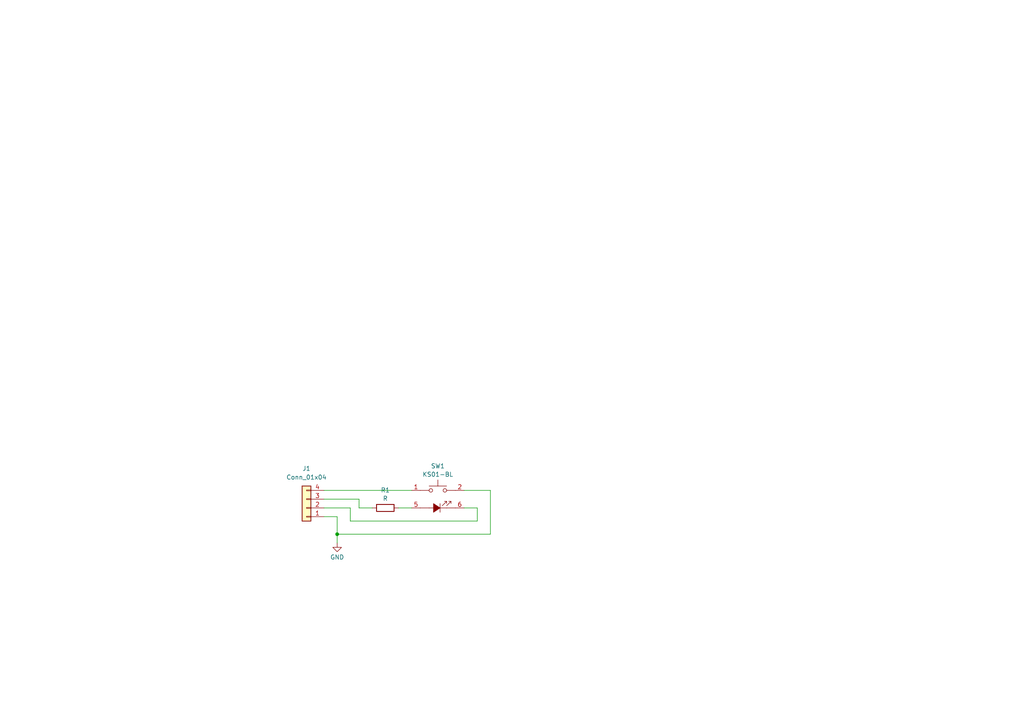
<source format=kicad_sch>
(kicad_sch (version 20230121) (generator eeschema)

  (uuid aadbc79b-64c9-4211-bd62-433a829a44c8)

  (paper "A4")

  (lib_symbols
    (symbol "Connector_Generic:Conn_01x04" (pin_names (offset 1.016) hide) (in_bom yes) (on_board yes)
      (property "Reference" "J" (at 0 5.08 0)
        (effects (font (size 1.27 1.27)))
      )
      (property "Value" "Conn_01x04" (at 0 -7.62 0)
        (effects (font (size 1.27 1.27)))
      )
      (property "Footprint" "" (at 0 0 0)
        (effects (font (size 1.27 1.27)) hide)
      )
      (property "Datasheet" "~" (at 0 0 0)
        (effects (font (size 1.27 1.27)) hide)
      )
      (property "ki_keywords" "connector" (at 0 0 0)
        (effects (font (size 1.27 1.27)) hide)
      )
      (property "ki_description" "Generic connector, single row, 01x04, script generated (kicad-library-utils/schlib/autogen/connector/)" (at 0 0 0)
        (effects (font (size 1.27 1.27)) hide)
      )
      (property "ki_fp_filters" "Connector*:*_1x??_*" (at 0 0 0)
        (effects (font (size 1.27 1.27)) hide)
      )
      (symbol "Conn_01x04_1_1"
        (rectangle (start -1.27 -4.953) (end 0 -5.207)
          (stroke (width 0.1524) (type default))
          (fill (type none))
        )
        (rectangle (start -1.27 -2.413) (end 0 -2.667)
          (stroke (width 0.1524) (type default))
          (fill (type none))
        )
        (rectangle (start -1.27 0.127) (end 0 -0.127)
          (stroke (width 0.1524) (type default))
          (fill (type none))
        )
        (rectangle (start -1.27 2.667) (end 0 2.413)
          (stroke (width 0.1524) (type default))
          (fill (type none))
        )
        (rectangle (start -1.27 3.81) (end 1.27 -6.35)
          (stroke (width 0.254) (type default))
          (fill (type background))
        )
        (pin passive line (at -5.08 2.54 0) (length 3.81)
          (name "Pin_1" (effects (font (size 1.27 1.27))))
          (number "1" (effects (font (size 1.27 1.27))))
        )
        (pin passive line (at -5.08 0 0) (length 3.81)
          (name "Pin_2" (effects (font (size 1.27 1.27))))
          (number "2" (effects (font (size 1.27 1.27))))
        )
        (pin passive line (at -5.08 -2.54 0) (length 3.81)
          (name "Pin_3" (effects (font (size 1.27 1.27))))
          (number "3" (effects (font (size 1.27 1.27))))
        )
        (pin passive line (at -5.08 -5.08 0) (length 3.81)
          (name "Pin_4" (effects (font (size 1.27 1.27))))
          (number "4" (effects (font (size 1.27 1.27))))
        )
      )
    )
    (symbol "Device:R" (pin_numbers hide) (pin_names (offset 0)) (in_bom yes) (on_board yes)
      (property "Reference" "R" (at 2.032 0 90)
        (effects (font (size 1.27 1.27)))
      )
      (property "Value" "R" (at 0 0 90)
        (effects (font (size 1.27 1.27)))
      )
      (property "Footprint" "" (at -1.778 0 90)
        (effects (font (size 1.27 1.27)) hide)
      )
      (property "Datasheet" "~" (at 0 0 0)
        (effects (font (size 1.27 1.27)) hide)
      )
      (property "ki_keywords" "R res resistor" (at 0 0 0)
        (effects (font (size 1.27 1.27)) hide)
      )
      (property "ki_description" "Resistor" (at 0 0 0)
        (effects (font (size 1.27 1.27)) hide)
      )
      (property "ki_fp_filters" "R_*" (at 0 0 0)
        (effects (font (size 1.27 1.27)) hide)
      )
      (symbol "R_0_1"
        (rectangle (start -1.016 -2.54) (end 1.016 2.54)
          (stroke (width 0.254) (type default))
          (fill (type none))
        )
      )
      (symbol "R_1_1"
        (pin passive line (at 0 3.81 270) (length 1.27)
          (name "~" (effects (font (size 1.27 1.27))))
          (number "1" (effects (font (size 1.27 1.27))))
        )
        (pin passive line (at 0 -3.81 90) (length 1.27)
          (name "~" (effects (font (size 1.27 1.27))))
          (number "2" (effects (font (size 1.27 1.27))))
        )
      )
    )
    (symbol "kiu:KS01-BL" (pin_names (offset 1.016) hide) (in_bom yes) (on_board yes)
      (property "Reference" "SW" (at -5.08 2.54 0)
        (effects (font (size 1.27 1.27)) (justify left))
      )
      (property "Value" "KS01-BL" (at 0 -11.43 0)
        (effects (font (size 1.27 1.27)))
      )
      (property "Footprint" "" (at 0 5.08 0)
        (effects (font (size 1.27 1.27)) hide)
      )
      (property "Datasheet" "http://www.apem.com/int/index.php?controller=attachment&id_attachment=488" (at 0 5.08 0)
        (effects (font (size 1.27 1.27)) hide)
      )
      (property "ki_keywords" "switch normally-open pushbutton push-button LED" (at 0 0 0)
        (effects (font (size 1.27 1.27)) hide)
      )
      (property "ki_description" "MEC 5G single pole normally-open illuminated tactile switch with two LEDs" (at 0 0 0)
        (effects (font (size 1.27 1.27)) hide)
      )
      (property "ki_fp_filters" "SW*MEC*5G*" (at 0 0 0)
        (effects (font (size 1.27 1.27)) hide)
      )
      (symbol "KS01-BL_0_0"
        (polyline
          (pts
            (xy -5.08 -5.08)
            (xy -2.54 -5.08)
          )
          (stroke (width 0) (type default))
          (fill (type none))
        )
        (polyline
          (pts
            (xy -5.08 0)
            (xy -2.54 0)
          )
          (stroke (width 0) (type default))
          (fill (type none))
        )
        (polyline
          (pts
            (xy 0.635 -3.81)
            (xy 0.635 -6.35)
          )
          (stroke (width 0) (type default))
          (fill (type none))
        )
        (polyline
          (pts
            (xy 2.54 -5.08)
            (xy -2.54 -5.08)
          )
          (stroke (width 0) (type default))
          (fill (type none))
        )
        (polyline
          (pts
            (xy 2.54 -3.175)
            (xy 1.27 -4.445)
          )
          (stroke (width 0) (type default))
          (fill (type none))
        )
        (polyline
          (pts
            (xy 2.54 0)
            (xy 5.08 0)
          )
          (stroke (width 0) (type default))
          (fill (type none))
        )
        (polyline
          (pts
            (xy 3.81 -3.175)
            (xy 2.54 -4.445)
          )
          (stroke (width 0) (type default))
          (fill (type none))
        )
        (polyline
          (pts
            (xy 5.08 -5.08)
            (xy 2.54 -5.08)
          )
          (stroke (width 0) (type default))
          (fill (type none))
        )
        (polyline
          (pts
            (xy 2.54 -3.81)
            (xy 2.54 -3.175)
            (xy 1.905 -3.175)
          )
          (stroke (width 0) (type default))
          (fill (type none))
        )
        (polyline
          (pts
            (xy 3.81 -3.81)
            (xy 3.81 -3.175)
            (xy 3.175 -3.175)
          )
          (stroke (width 0) (type default))
          (fill (type none))
        )
        (polyline
          (pts
            (xy 0.635 -5.08)
            (xy -1.27 -3.81)
            (xy -1.27 -6.35)
            (xy 0.635 -5.08)
          )
          (stroke (width 0) (type default))
          (fill (type outline))
        )
      )
      (symbol "KS01-BL_0_1"
        (circle (center -2.032 0) (radius 0.508)
          (stroke (width 0) (type default))
          (fill (type none))
        )
        (polyline
          (pts
            (xy 0 1.27)
            (xy 0 3.048)
          )
          (stroke (width 0) (type default))
          (fill (type none))
        )
        (polyline
          (pts
            (xy 2.54 1.27)
            (xy -2.54 1.27)
          )
          (stroke (width 0) (type default))
          (fill (type none))
        )
        (circle (center 2.032 0) (radius 0.508)
          (stroke (width 0) (type default))
          (fill (type none))
        )
        (pin passive line (at -7.62 0 0) (length 2.54)
          (name "1" (effects (font (size 1.27 1.27))))
          (number "1" (effects (font (size 1.27 1.27))))
        )
        (pin passive line (at 7.62 0 180) (length 2.54)
          (name "2" (effects (font (size 1.27 1.27))))
          (number "2" (effects (font (size 1.27 1.27))))
        )
        (pin passive line (at -7.62 -5.08 0) (length 2.54)
          (name "5" (effects (font (size 1.27 1.27))))
          (number "5" (effects (font (size 1.27 1.27))))
        )
        (pin passive line (at 7.62 -5.08 180) (length 2.54)
          (name "6" (effects (font (size 1.27 1.27))))
          (number "6" (effects (font (size 1.27 1.27))))
        )
      )
    )
    (symbol "power:GND" (power) (pin_names (offset 0)) (in_bom yes) (on_board yes)
      (property "Reference" "#PWR" (at 0 -6.35 0)
        (effects (font (size 1.27 1.27)) hide)
      )
      (property "Value" "GND" (at 0 -3.81 0)
        (effects (font (size 1.27 1.27)))
      )
      (property "Footprint" "" (at 0 0 0)
        (effects (font (size 1.27 1.27)) hide)
      )
      (property "Datasheet" "" (at 0 0 0)
        (effects (font (size 1.27 1.27)) hide)
      )
      (property "ki_keywords" "global power" (at 0 0 0)
        (effects (font (size 1.27 1.27)) hide)
      )
      (property "ki_description" "Power symbol creates a global label with name \"GND\" , ground" (at 0 0 0)
        (effects (font (size 1.27 1.27)) hide)
      )
      (symbol "GND_0_1"
        (polyline
          (pts
            (xy 0 0)
            (xy 0 -1.27)
            (xy 1.27 -1.27)
            (xy 0 -2.54)
            (xy -1.27 -1.27)
            (xy 0 -1.27)
          )
          (stroke (width 0) (type default))
          (fill (type none))
        )
      )
      (symbol "GND_1_1"
        (pin power_in line (at 0 0 270) (length 0) hide
          (name "GND" (effects (font (size 1.27 1.27))))
          (number "1" (effects (font (size 1.27 1.27))))
        )
      )
    )
  )

  (junction (at 97.79 154.94) (diameter 0) (color 0 0 0 0)
    (uuid 3ee2049f-cbad-4169-ac84-2165888cfb8a)
  )

  (wire (pts (xy 115.57 147.32) (xy 119.38 147.32))
    (stroke (width 0) (type default))
    (uuid 0309885e-191f-41db-bafe-2dd44fe3b9a8)
  )
  (wire (pts (xy 97.79 149.86) (xy 97.79 154.94))
    (stroke (width 0) (type default))
    (uuid 35cd46fc-2b29-478b-abaf-e9f24c5ca9fe)
  )
  (wire (pts (xy 101.6 151.13) (xy 101.6 147.32))
    (stroke (width 0) (type default))
    (uuid 6200b4f5-c986-4d8e-86b2-8b04f5ed28d4)
  )
  (wire (pts (xy 101.6 147.32) (xy 93.98 147.32))
    (stroke (width 0) (type default))
    (uuid 6b6a5d2e-bb61-4029-b965-03ec205519f4)
  )
  (wire (pts (xy 138.43 147.32) (xy 134.62 147.32))
    (stroke (width 0) (type default))
    (uuid 7ec60fef-0a69-402a-8c38-8e4e43678ab8)
  )
  (wire (pts (xy 93.98 142.24) (xy 119.38 142.24))
    (stroke (width 0) (type default))
    (uuid 7ffb92e9-fb19-471c-b7e6-f743749d695a)
  )
  (wire (pts (xy 142.24 142.24) (xy 142.24 154.94))
    (stroke (width 0) (type default))
    (uuid 86020c76-cfe2-40e7-beda-426c9cc027fa)
  )
  (wire (pts (xy 104.14 144.78) (xy 104.14 147.32))
    (stroke (width 0) (type default))
    (uuid a6d43235-4d0d-4c3c-967b-d448182796d8)
  )
  (wire (pts (xy 93.98 149.86) (xy 97.79 149.86))
    (stroke (width 0) (type default))
    (uuid b15ed411-740c-47cf-943a-57fc953b5434)
  )
  (wire (pts (xy 104.14 147.32) (xy 107.95 147.32))
    (stroke (width 0) (type default))
    (uuid b516d1c4-ae6a-4313-9281-9cf59739b041)
  )
  (wire (pts (xy 138.43 151.13) (xy 101.6 151.13))
    (stroke (width 0) (type default))
    (uuid c221168f-51e1-4609-bfe0-adb603a1addf)
  )
  (wire (pts (xy 97.79 154.94) (xy 142.24 154.94))
    (stroke (width 0) (type default))
    (uuid c4581a93-9a1e-4cb1-aa42-7664d4836147)
  )
  (wire (pts (xy 93.98 144.78) (xy 104.14 144.78))
    (stroke (width 0) (type default))
    (uuid d375fd07-95dd-4787-a694-fe508d144331)
  )
  (wire (pts (xy 138.43 147.32) (xy 138.43 151.13))
    (stroke (width 0) (type default))
    (uuid deeb1188-fa58-497e-a6f5-ed4f39bbe98f)
  )
  (wire (pts (xy 97.79 154.94) (xy 97.79 157.48))
    (stroke (width 0) (type default))
    (uuid fb90e246-d615-4230-b79a-8a5018a37a5d)
  )
  (wire (pts (xy 134.62 142.24) (xy 142.24 142.24))
    (stroke (width 0) (type default))
    (uuid fcb98756-8be6-48d4-8e33-770b57874008)
  )

  (symbol (lib_id "Connector_Generic:Conn_01x04") (at 88.9 147.32 180) (unit 1)
    (in_bom yes) (on_board yes) (dnp no) (fields_autoplaced)
    (uuid 1daabd37-8946-4fde-a605-5f36d7f65ebb)
    (property "Reference" "J1" (at 88.9 135.89 0)
      (effects (font (size 1.27 1.27)))
    )
    (property "Value" "Conn_01x04" (at 88.9 138.43 0)
      (effects (font (size 1.27 1.27)))
    )
    (property "Footprint" "Connector_JST:JST_PH_B4B-PH-K_1x04_P2.00mm_Vertical" (at 88.9 147.32 0)
      (effects (font (size 1.27 1.27)) hide)
    )
    (property "Datasheet" "~" (at 88.9 147.32 0)
      (effects (font (size 1.27 1.27)) hide)
    )
    (pin "1" (uuid e482f967-7d1c-4450-842e-a2e5f8301e82))
    (pin "2" (uuid 79e6fc80-62cb-4228-9f10-94745432f787))
    (pin "3" (uuid e53d100f-e784-452e-9594-6dcf0a7dd9a1))
    (pin "4" (uuid 85fa420b-b2ea-4f8b-b7c3-bae1fea02b64))
    (instances
      (project "kha-bgt-rainbow-sub"
        (path "/aadbc79b-64c9-4211-bd62-433a829a44c8"
          (reference "J1") (unit 1)
        )
      )
    )
  )

  (symbol (lib_id "kiu:KS01-BL") (at 127 142.24 0) (unit 1)
    (in_bom yes) (on_board yes) (dnp no) (fields_autoplaced)
    (uuid 396a613a-53e2-4447-b9ca-2d19e3bc3455)
    (property "Reference" "SW1" (at 127 135.1747 0)
      (effects (font (size 1.27 1.27)))
    )
    (property "Value" "KS01-BL" (at 127 137.5989 0)
      (effects (font (size 1.27 1.27)))
    )
    (property "Footprint" "kiu-footprints:KS01-BL" (at 127 137.16 0)
      (effects (font (size 1.27 1.27)) hide)
    )
    (property "Datasheet" "http://www.apem.com/int/index.php?controller=attachment&id_attachment=488" (at 127 137.16 0)
      (effects (font (size 1.27 1.27)) hide)
    )
    (pin "1" (uuid cad4fd3d-68c8-4e3e-ada6-a9b71f6637ec))
    (pin "2" (uuid c5867a50-707a-47f7-8a82-0b05d218719a))
    (pin "5" (uuid b1c1da55-235c-4aef-8aa3-bc1df691b15e))
    (pin "6" (uuid 11de758e-58c8-4ccc-8cfc-7223ae7221a6))
    (instances
      (project "kha-bgt-rainbow-sub"
        (path "/aadbc79b-64c9-4211-bd62-433a829a44c8"
          (reference "SW1") (unit 1)
        )
      )
    )
  )

  (symbol (lib_id "Device:R") (at 111.76 147.32 90) (unit 1)
    (in_bom yes) (on_board yes) (dnp no) (fields_autoplaced)
    (uuid 45f59237-13dd-4013-b893-f7fb405f5b80)
    (property "Reference" "R1" (at 111.76 142.1597 90)
      (effects (font (size 1.27 1.27)))
    )
    (property "Value" "R" (at 111.76 144.5839 90)
      (effects (font (size 1.27 1.27)))
    )
    (property "Footprint" "Resistor_SMD:R_0805_2012Metric" (at 111.76 149.098 90)
      (effects (font (size 1.27 1.27)) hide)
    )
    (property "Datasheet" "~" (at 111.76 147.32 0)
      (effects (font (size 1.27 1.27)) hide)
    )
    (pin "1" (uuid 133c6d81-b6a2-443f-b4ba-ad0df75d9c42))
    (pin "2" (uuid 7c94bd92-1fe9-4269-99b1-a6194f925558))
    (instances
      (project "kha-bgt-rainbow-sub"
        (path "/aadbc79b-64c9-4211-bd62-433a829a44c8"
          (reference "R1") (unit 1)
        )
      )
    )
  )

  (symbol (lib_id "power:GND") (at 97.79 157.48 0) (unit 1)
    (in_bom yes) (on_board yes) (dnp no) (fields_autoplaced)
    (uuid f21cff03-54c1-4390-8e21-cf6ace543583)
    (property "Reference" "#PWR01" (at 97.79 163.83 0)
      (effects (font (size 1.27 1.27)) hide)
    )
    (property "Value" "GND" (at 97.79 161.6131 0)
      (effects (font (size 1.27 1.27)))
    )
    (property "Footprint" "" (at 97.79 157.48 0)
      (effects (font (size 1.27 1.27)) hide)
    )
    (property "Datasheet" "" (at 97.79 157.48 0)
      (effects (font (size 1.27 1.27)) hide)
    )
    (pin "1" (uuid 78d7d60e-d074-4503-90de-7fe42cc4688b))
    (instances
      (project "kha-bgt-rainbow-sub"
        (path "/aadbc79b-64c9-4211-bd62-433a829a44c8"
          (reference "#PWR01") (unit 1)
        )
      )
    )
  )

  (sheet_instances
    (path "/" (page "1"))
  )
)

</source>
